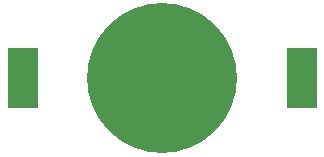
<source format=gbs>
G04 EAGLE Gerber X2 export*
G75*
%MOMM*%
%FSLAX34Y34*%
%LPD*%
%AMOC8*
5,1,8,0,0,1.08239X$1,22.5*%
G01*
%ADD10C,12.700000*%
%ADD11R,2.540000X5.080000*%


D10*
X127000Y127000D03*
D11*
X245110Y127000D03*
X8890Y127000D03*
M02*

</source>
